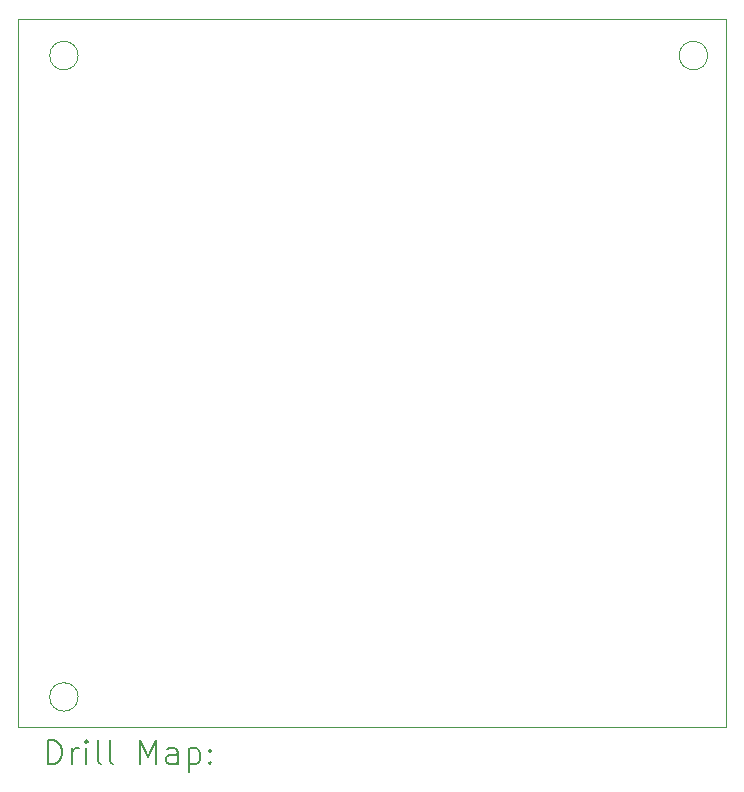
<source format=gbr>
%TF.GenerationSoftware,KiCad,Pcbnew,(6.0.9)*%
%TF.CreationDate,2023-05-01T22:34:10-06:00*%
%TF.ProjectId,WeatherStation,57656174-6865-4725-9374-6174696f6e2e,rev?*%
%TF.SameCoordinates,Original*%
%TF.FileFunction,Drillmap*%
%TF.FilePolarity,Positive*%
%FSLAX45Y45*%
G04 Gerber Fmt 4.5, Leading zero omitted, Abs format (unit mm)*
G04 Created by KiCad (PCBNEW (6.0.9)) date 2023-05-01 22:34:10*
%MOMM*%
%LPD*%
G01*
G04 APERTURE LIST*
%ADD10C,0.010000*%
%ADD11C,0.200000*%
G04 APERTURE END LIST*
D10*
X18915461Y-8110000D02*
G75*
G03*
X18915461Y-8110000I-120461J0D01*
G01*
X19075150Y-7797000D02*
X13074850Y-7797000D01*
X13074850Y-7797000D02*
X13074850Y-13797800D01*
X13074850Y-13797800D02*
X19075150Y-13797800D01*
X19075150Y-13797800D02*
X19075150Y-7797000D01*
X13585461Y-8110000D02*
G75*
G03*
X13585461Y-8110000I-120461J0D01*
G01*
X13585461Y-13540460D02*
G75*
G03*
X13585461Y-13540460I-120461J0D01*
G01*
D11*
X13331969Y-14108776D02*
X13331969Y-13908776D01*
X13379588Y-13908776D01*
X13408159Y-13918300D01*
X13427207Y-13937348D01*
X13436731Y-13956395D01*
X13446255Y-13994490D01*
X13446255Y-14023062D01*
X13436731Y-14061157D01*
X13427207Y-14080205D01*
X13408159Y-14099252D01*
X13379588Y-14108776D01*
X13331969Y-14108776D01*
X13531969Y-14108776D02*
X13531969Y-13975443D01*
X13531969Y-14013538D02*
X13541493Y-13994490D01*
X13551017Y-13984967D01*
X13570064Y-13975443D01*
X13589112Y-13975443D01*
X13655778Y-14108776D02*
X13655778Y-13975443D01*
X13655778Y-13908776D02*
X13646255Y-13918300D01*
X13655778Y-13927824D01*
X13665302Y-13918300D01*
X13655778Y-13908776D01*
X13655778Y-13927824D01*
X13779588Y-14108776D02*
X13760540Y-14099252D01*
X13751017Y-14080205D01*
X13751017Y-13908776D01*
X13884350Y-14108776D02*
X13865302Y-14099252D01*
X13855778Y-14080205D01*
X13855778Y-13908776D01*
X14112921Y-14108776D02*
X14112921Y-13908776D01*
X14179588Y-14051633D01*
X14246255Y-13908776D01*
X14246255Y-14108776D01*
X14427207Y-14108776D02*
X14427207Y-14004014D01*
X14417683Y-13984967D01*
X14398636Y-13975443D01*
X14360540Y-13975443D01*
X14341493Y-13984967D01*
X14427207Y-14099252D02*
X14408159Y-14108776D01*
X14360540Y-14108776D01*
X14341493Y-14099252D01*
X14331969Y-14080205D01*
X14331969Y-14061157D01*
X14341493Y-14042109D01*
X14360540Y-14032586D01*
X14408159Y-14032586D01*
X14427207Y-14023062D01*
X14522445Y-13975443D02*
X14522445Y-14175443D01*
X14522445Y-13984967D02*
X14541493Y-13975443D01*
X14579588Y-13975443D01*
X14598636Y-13984967D01*
X14608159Y-13994490D01*
X14617683Y-14013538D01*
X14617683Y-14070681D01*
X14608159Y-14089728D01*
X14598636Y-14099252D01*
X14579588Y-14108776D01*
X14541493Y-14108776D01*
X14522445Y-14099252D01*
X14703398Y-14089728D02*
X14712921Y-14099252D01*
X14703398Y-14108776D01*
X14693874Y-14099252D01*
X14703398Y-14089728D01*
X14703398Y-14108776D01*
X14703398Y-13984967D02*
X14712921Y-13994490D01*
X14703398Y-14004014D01*
X14693874Y-13994490D01*
X14703398Y-13984967D01*
X14703398Y-14004014D01*
M02*

</source>
